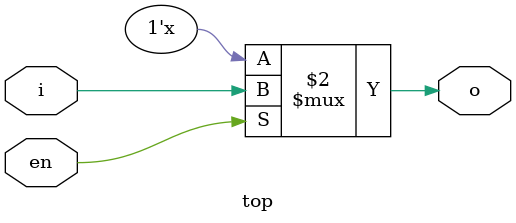
<source format=v>
module top(en, i, o);
    input en;
    input i;
    output reg o;

    always @(en or i)
        o <= (en)? i : 1'bZ;
endmodule

</source>
